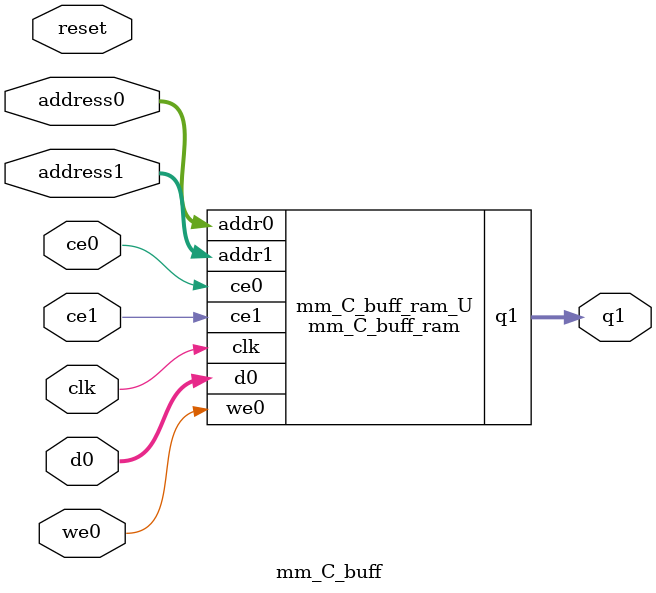
<source format=v>
`timescale 1 ns / 1 ps
module mm_C_buff_ram (addr0, ce0, d0, we0, addr1, ce1, q1,  clk);

parameter DWIDTH = 32;
parameter AWIDTH = 5;
parameter MEM_SIZE = 32;

input[AWIDTH-1:0] addr0;
input ce0;
input[DWIDTH-1:0] d0;
input we0;
input[AWIDTH-1:0] addr1;
input ce1;
output reg[DWIDTH-1:0] q1;
input clk;

reg [DWIDTH-1:0] ram[0:MEM_SIZE-1];




always @(posedge clk)  
begin 
    if (ce0) begin
        if (we0) 
            ram[addr0] <= d0; 
    end
end


always @(posedge clk)  
begin 
    if (ce1) begin
        q1 <= ram[addr1];
    end
end


endmodule

`timescale 1 ns / 1 ps
module mm_C_buff(
    reset,
    clk,
    address0,
    ce0,
    we0,
    d0,
    address1,
    ce1,
    q1);

parameter DataWidth = 32'd32;
parameter AddressRange = 32'd32;
parameter AddressWidth = 32'd5;
input reset;
input clk;
input[AddressWidth - 1:0] address0;
input ce0;
input we0;
input[DataWidth - 1:0] d0;
input[AddressWidth - 1:0] address1;
input ce1;
output[DataWidth - 1:0] q1;



mm_C_buff_ram mm_C_buff_ram_U(
    .clk( clk ),
    .addr0( address0 ),
    .ce0( ce0 ),
    .we0( we0 ),
    .d0( d0 ),
    .addr1( address1 ),
    .ce1( ce1 ),
    .q1( q1 ));

endmodule


</source>
